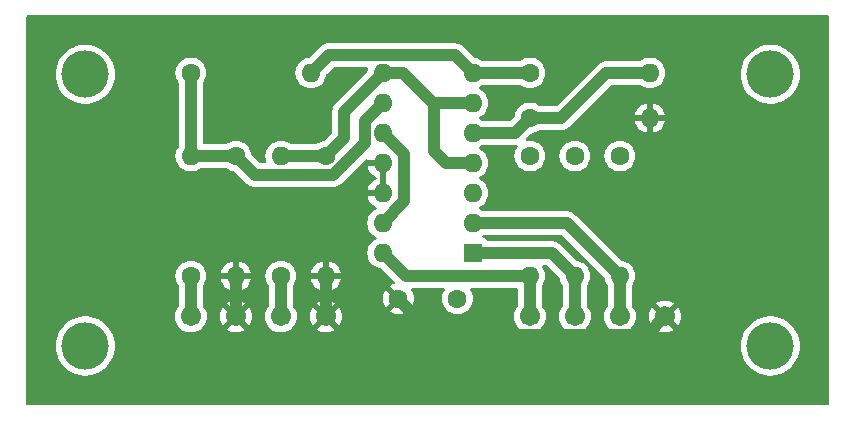
<source format=gbr>
%TF.GenerationSoftware,KiCad,Pcbnew,8.0.1*%
%TF.CreationDate,2024-04-06T13:55:48+01:00*%
%TF.ProjectId,RemoteStartInterface,52656d6f-7465-4537-9461-7274496e7465,rev?*%
%TF.SameCoordinates,Original*%
%TF.FileFunction,Copper,L1,Top*%
%TF.FilePolarity,Positive*%
%FSLAX46Y46*%
G04 Gerber Fmt 4.6, Leading zero omitted, Abs format (unit mm)*
G04 Created by KiCad (PCBNEW 8.0.1) date 2024-04-06 13:55:48*
%MOMM*%
%LPD*%
G01*
G04 APERTURE LIST*
%TA.AperFunction,ComponentPad*%
%ADD10C,1.600000*%
%TD*%
%TA.AperFunction,ComponentPad*%
%ADD11O,1.600000X1.600000*%
%TD*%
%TA.AperFunction,ComponentPad*%
%ADD12R,1.600000X1.600000*%
%TD*%
%TA.AperFunction,ComponentPad*%
%ADD13C,1.701800*%
%TD*%
%TA.AperFunction,ViaPad*%
%ADD14C,4.000000*%
%TD*%
%TA.AperFunction,Conductor*%
%ADD15C,1.000000*%
%TD*%
G04 APERTURE END LIST*
D10*
%TO.P,R4,1*%
%TO.N,Net-(U1B-+)*%
X43136000Y-5385000D03*
D11*
%TO.P,R4,2*%
%TO.N,Net-(U1A-+)*%
X53296000Y-5385000D03*
%TD*%
D12*
%TO.P,U1,1*%
%TO.N,Net-(J2-Pad2)*%
X38300000Y-20625000D03*
D11*
%TO.P,U1,2*%
%TO.N,Net-(J2-Pad3)*%
X38300000Y-18085000D03*
%TO.P,U1,3,V+*%
%TO.N,+5VD*%
X38300000Y-15545000D03*
%TO.P,U1,4,-*%
%TO.N,Net-(U1A--)*%
X38300000Y-13005000D03*
%TO.P,U1,5,+*%
%TO.N,Net-(U1A-+)*%
X38300000Y-10465000D03*
%TO.P,U1,6,-*%
%TO.N,Net-(U1A--)*%
X38300000Y-7925000D03*
%TO.P,U1,7,+*%
%TO.N,Net-(U1B-+)*%
X38300000Y-5385000D03*
%TO.P,U1,8,-*%
%TO.N,Net-(U1A--)*%
X30680000Y-5385000D03*
%TO.P,U1,9,+*%
%TO.N,Net-(U1D-+)*%
X30680000Y-7925000D03*
%TO.P,U1,10,-*%
%TO.N,Net-(U1C--)*%
X30680000Y-10465000D03*
%TO.P,U1,11,+*%
%TO.N,GND*%
X30680000Y-13005000D03*
%TO.P,U1,12,V-*%
X30680000Y-15545000D03*
%TO.P,U1,13*%
%TO.N,Net-(U1C--)*%
X30680000Y-18085000D03*
%TO.P,U1,14*%
%TO.N,Net-(J2-Pad1)*%
X30680000Y-20625000D03*
%TD*%
D10*
%TO.P,R6,1*%
%TO.N,+5VD*%
X43136000Y-12420000D03*
D11*
%TO.P,R6,2*%
%TO.N,Net-(J2-Pad1)*%
X43136000Y-22580000D03*
%TD*%
D13*
%TO.P,J2,1,1*%
%TO.N,Net-(J2-Pad1)*%
X43135900Y-26000000D03*
%TO.P,J2,2,2*%
%TO.N,Net-(J2-Pad2)*%
X46945900Y-26000000D03*
%TO.P,J2,3,3*%
%TO.N,Net-(J2-Pad3)*%
X50755900Y-26000000D03*
%TO.P,J2,4,4*%
%TO.N,GND*%
X54565900Y-26000000D03*
%TD*%
D10*
%TO.P,R9,1*%
%TO.N,+5VD*%
X14434000Y-22580000D03*
D11*
%TO.P,R9,2*%
%TO.N,Net-(U1D-+)*%
X14434000Y-12420000D03*
%TD*%
D10*
%TO.P,R5,1*%
%TO.N,Net-(U1A-+)*%
X43136000Y-9195000D03*
D11*
%TO.P,R5,2*%
%TO.N,GND*%
X53296000Y-9195000D03*
%TD*%
D10*
%TO.P,C1,1*%
%TO.N,+5VD*%
X37000000Y-24500000D03*
%TO.P,C1,2*%
%TO.N,GND*%
X32000000Y-24500000D03*
%TD*%
%TO.P,R1,1*%
%TO.N,Net-(J1-Pad3)*%
X22054000Y-22580000D03*
D11*
%TO.P,R1,2*%
%TO.N,Net-(U1A--)*%
X22054000Y-12420000D03*
%TD*%
D10*
%TO.P,R3,1*%
%TO.N,Net-(U1D-+)*%
X14434000Y-5385000D03*
D11*
%TO.P,R3,2*%
%TO.N,Net-(U1B-+)*%
X24594000Y-5385000D03*
%TD*%
D10*
%TO.P,R2,1*%
%TO.N,Net-(U1A--)*%
X25864000Y-12420000D03*
D11*
%TO.P,R2,2*%
%TO.N,GND*%
X25864000Y-22580000D03*
%TD*%
D10*
%TO.P,R10,1*%
%TO.N,Net-(U1D-+)*%
X18244000Y-12420000D03*
D11*
%TO.P,R10,2*%
%TO.N,GND*%
X18244000Y-22580000D03*
%TD*%
D13*
%TO.P,J1,1,1*%
%TO.N,+5VD*%
X14433900Y-26000000D03*
%TO.P,J1,2,2*%
%TO.N,GND*%
X18243900Y-26000000D03*
%TO.P,J1,3,3*%
%TO.N,Net-(J1-Pad3)*%
X22053900Y-26000000D03*
%TO.P,J1,4,4*%
%TO.N,GND*%
X25863900Y-26000000D03*
%TD*%
D10*
%TO.P,R7,1*%
%TO.N,+5VD*%
X46946000Y-12420000D03*
D11*
%TO.P,R7,2*%
%TO.N,Net-(J2-Pad2)*%
X46946000Y-22580000D03*
%TD*%
D10*
%TO.P,R8,1*%
%TO.N,+5VD*%
X50756000Y-12420000D03*
D11*
%TO.P,R8,2*%
%TO.N,Net-(J2-Pad3)*%
X50756000Y-22580000D03*
%TD*%
D14*
%TO.N,*%
X63500000Y-5500000D03*
X63500000Y-28500000D03*
X5500000Y-28500000D03*
X5500000Y-5500000D03*
%TD*%
D15*
%TO.N,+5VD*%
X14433900Y-22580100D02*
X14434000Y-22580000D01*
X14433900Y-26000000D02*
X14433900Y-22580100D01*
%TO.N,GND*%
X53015000Y-27550900D02*
X54565900Y-26000000D01*
X18244000Y-25999900D02*
X18243900Y-26000000D01*
X18244000Y-22580000D02*
X18244000Y-25999900D01*
X25864000Y-25999900D02*
X25863900Y-26000000D01*
X25864000Y-22580000D02*
X25864000Y-25999900D01*
X35050900Y-27550900D02*
X53015000Y-27550900D01*
X32000000Y-24500000D02*
X35050900Y-27550900D01*
%TO.N,Net-(U1A--)*%
X34500000Y-7500000D02*
X35000000Y-8000000D01*
X35000000Y-8000000D02*
X35000000Y-12000000D01*
X36005000Y-13005000D02*
X38300000Y-13005000D01*
X27392000Y-8673000D02*
X27392000Y-10892000D01*
X34925000Y-7925000D02*
X34500000Y-7500000D01*
X32385000Y-5385000D02*
X34500000Y-7500000D01*
X38300000Y-7925000D02*
X34925000Y-7925000D01*
X22054000Y-12420000D02*
X25864000Y-12420000D01*
X30680000Y-5385000D02*
X27392000Y-8673000D01*
X30680000Y-5385000D02*
X32385000Y-5385000D01*
X27392000Y-10892000D02*
X25864000Y-12420000D01*
X35000000Y-12000000D02*
X36005000Y-13005000D01*
%TO.N,Net-(J1-Pad3)*%
X22053900Y-26000000D02*
X22053900Y-22580100D01*
X22053900Y-22580100D02*
X22054000Y-22580000D01*
%TO.N,Net-(U1A-+)*%
X45805000Y-9195000D02*
X49615000Y-5385000D01*
X43136000Y-9195000D02*
X45805000Y-9195000D01*
X49615000Y-5385000D02*
X53296000Y-5385000D01*
X38300000Y-10465000D02*
X41866000Y-10465000D01*
X41866000Y-10465000D02*
X43136000Y-9195000D01*
%TO.N,Net-(U1B-+)*%
X24594000Y-5385000D02*
X26094000Y-3885000D01*
X26094000Y-3885000D02*
X36800000Y-3885000D01*
X36800000Y-3885000D02*
X38300000Y-5385000D01*
X38300000Y-5385000D02*
X43136000Y-5385000D01*
%TO.N,Net-(J2-Pad1)*%
X43136000Y-25999900D02*
X43135900Y-26000000D01*
X43136000Y-22580000D02*
X43136000Y-25999900D01*
X30680000Y-20625000D02*
X32635000Y-22580000D01*
X32635000Y-22580000D02*
X43136000Y-22580000D01*
%TO.N,Net-(J2-Pad2)*%
X38300000Y-20625000D02*
X44991000Y-20625000D01*
X44991000Y-20625000D02*
X46946000Y-22580000D01*
X46946000Y-22580000D02*
X46946000Y-25999900D01*
X46946000Y-25999900D02*
X46945900Y-26000000D01*
%TO.N,Net-(J2-Pad3)*%
X50756000Y-25999900D02*
X50755900Y-26000000D01*
X38300000Y-18085000D02*
X46261000Y-18085000D01*
X50756000Y-22580000D02*
X50756000Y-25999900D01*
X46261000Y-18085000D02*
X50756000Y-22580000D01*
%TO.N,Net-(U1D-+)*%
X19824000Y-14000000D02*
X18244000Y-12420000D01*
X30680000Y-7925000D02*
X29180000Y-9425000D01*
X29180000Y-9425000D02*
X29180000Y-11320000D01*
X14434000Y-12420000D02*
X18244000Y-12420000D01*
X14434000Y-12420000D02*
X14434000Y-5385000D01*
X29180000Y-11320000D02*
X26500000Y-14000000D01*
X26500000Y-14000000D02*
X19824000Y-14000000D01*
%TO.N,Net-(U1C--)*%
X32500000Y-16265000D02*
X30680000Y-18085000D01*
X32500000Y-12285000D02*
X32500000Y-16265000D01*
X30680000Y-10465000D02*
X32500000Y-12285000D01*
%TD*%
%TA.AperFunction,Conductor*%
%TO.N,GND*%
G36*
X30930000Y-15229314D02*
G01*
X30925606Y-15224920D01*
X30834394Y-15172259D01*
X30732661Y-15145000D01*
X30627339Y-15145000D01*
X30525606Y-15172259D01*
X30434394Y-15224920D01*
X30430000Y-15229314D01*
X30430000Y-13320686D01*
X30434394Y-13325080D01*
X30525606Y-13377741D01*
X30627339Y-13405000D01*
X30732661Y-13405000D01*
X30834394Y-13377741D01*
X30925606Y-13325080D01*
X30930000Y-13320686D01*
X30930000Y-15229314D01*
G37*
%TD.AperFunction*%
%TA.AperFunction,Conductor*%
G36*
X68442539Y-520185D02*
G01*
X68488294Y-572989D01*
X68499500Y-624500D01*
X68499500Y-33375500D01*
X68479815Y-33442539D01*
X68427011Y-33488294D01*
X68375500Y-33499500D01*
X624500Y-33499500D01*
X557461Y-33479815D01*
X511706Y-33427011D01*
X500500Y-33375500D01*
X500500Y-28500005D01*
X2994556Y-28500005D01*
X3014310Y-28814004D01*
X3014311Y-28814011D01*
X3073270Y-29123083D01*
X3170497Y-29422316D01*
X3170499Y-29422321D01*
X3304461Y-29707003D01*
X3304464Y-29707009D01*
X3473051Y-29972661D01*
X3473054Y-29972665D01*
X3673606Y-30215090D01*
X3673608Y-30215092D01*
X3902968Y-30430476D01*
X3902978Y-30430484D01*
X4157504Y-30615408D01*
X4157509Y-30615410D01*
X4157516Y-30615416D01*
X4433234Y-30766994D01*
X4433239Y-30766996D01*
X4433241Y-30766997D01*
X4433242Y-30766998D01*
X4725771Y-30882818D01*
X4725774Y-30882819D01*
X5030523Y-30961065D01*
X5030527Y-30961066D01*
X5096010Y-30969338D01*
X5342670Y-31000499D01*
X5342679Y-31000499D01*
X5342682Y-31000500D01*
X5342684Y-31000500D01*
X5657316Y-31000500D01*
X5657318Y-31000500D01*
X5657321Y-31000499D01*
X5657329Y-31000499D01*
X5843593Y-30976968D01*
X5969473Y-30961066D01*
X6274225Y-30882819D01*
X6274228Y-30882818D01*
X6566757Y-30766998D01*
X6566758Y-30766997D01*
X6566756Y-30766997D01*
X6566766Y-30766994D01*
X6842484Y-30615416D01*
X7097030Y-30430478D01*
X7326390Y-30215094D01*
X7526947Y-29972663D01*
X7695537Y-29707007D01*
X7829503Y-29422315D01*
X7926731Y-29123079D01*
X7985688Y-28814015D01*
X8005444Y-28500005D01*
X60994556Y-28500005D01*
X61014310Y-28814004D01*
X61014311Y-28814011D01*
X61073270Y-29123083D01*
X61170497Y-29422316D01*
X61170499Y-29422321D01*
X61304461Y-29707003D01*
X61304464Y-29707009D01*
X61473051Y-29972661D01*
X61473054Y-29972665D01*
X61673606Y-30215090D01*
X61673608Y-30215092D01*
X61902968Y-30430476D01*
X61902978Y-30430484D01*
X62157504Y-30615408D01*
X62157509Y-30615410D01*
X62157516Y-30615416D01*
X62433234Y-30766994D01*
X62433239Y-30766996D01*
X62433241Y-30766997D01*
X62433242Y-30766998D01*
X62725771Y-30882818D01*
X62725774Y-30882819D01*
X63030523Y-30961065D01*
X63030527Y-30961066D01*
X63096010Y-30969338D01*
X63342670Y-31000499D01*
X63342679Y-31000499D01*
X63342682Y-31000500D01*
X63342684Y-31000500D01*
X63657316Y-31000500D01*
X63657318Y-31000500D01*
X63657321Y-31000499D01*
X63657329Y-31000499D01*
X63843593Y-30976968D01*
X63969473Y-30961066D01*
X64274225Y-30882819D01*
X64274228Y-30882818D01*
X64566757Y-30766998D01*
X64566758Y-30766997D01*
X64566756Y-30766997D01*
X64566766Y-30766994D01*
X64842484Y-30615416D01*
X65097030Y-30430478D01*
X65326390Y-30215094D01*
X65526947Y-29972663D01*
X65695537Y-29707007D01*
X65829503Y-29422315D01*
X65926731Y-29123079D01*
X65985688Y-28814015D01*
X66005444Y-28500000D01*
X65985688Y-28185985D01*
X65926731Y-27876921D01*
X65829503Y-27577685D01*
X65695537Y-27292993D01*
X65526947Y-27027337D01*
X65526945Y-27027334D01*
X65326393Y-26784909D01*
X65326391Y-26784907D01*
X65126185Y-26596900D01*
X65097030Y-26569522D01*
X65097027Y-26569520D01*
X65097021Y-26569515D01*
X64842495Y-26384591D01*
X64842488Y-26384586D01*
X64842484Y-26384584D01*
X64566766Y-26233006D01*
X64566763Y-26233004D01*
X64566758Y-26233002D01*
X64566757Y-26233001D01*
X64274228Y-26117181D01*
X64274225Y-26117180D01*
X63969476Y-26038934D01*
X63969463Y-26038932D01*
X63657329Y-25999500D01*
X63657318Y-25999500D01*
X63342682Y-25999500D01*
X63342670Y-25999500D01*
X63030536Y-26038932D01*
X63030523Y-26038934D01*
X62725774Y-26117180D01*
X62725771Y-26117181D01*
X62433242Y-26233001D01*
X62433241Y-26233002D01*
X62157516Y-26384584D01*
X62157504Y-26384591D01*
X61902978Y-26569515D01*
X61902968Y-26569523D01*
X61673608Y-26784907D01*
X61673606Y-26784909D01*
X61473054Y-27027334D01*
X61473051Y-27027338D01*
X61304464Y-27292990D01*
X61304461Y-27292996D01*
X61170499Y-27577678D01*
X61170497Y-27577683D01*
X61073270Y-27876916D01*
X61014311Y-28185988D01*
X61014310Y-28185995D01*
X60994556Y-28499994D01*
X60994556Y-28500005D01*
X8005444Y-28500005D01*
X8005444Y-28500000D01*
X7985688Y-28185985D01*
X7926731Y-27876921D01*
X7829503Y-27577685D01*
X7695537Y-27292993D01*
X7526947Y-27027337D01*
X7526945Y-27027334D01*
X7326393Y-26784909D01*
X7326391Y-26784907D01*
X7126185Y-26596900D01*
X7097030Y-26569522D01*
X7097027Y-26569520D01*
X7097021Y-26569515D01*
X6842495Y-26384591D01*
X6842488Y-26384586D01*
X6842484Y-26384584D01*
X6566766Y-26233006D01*
X6566763Y-26233004D01*
X6566758Y-26233002D01*
X6566757Y-26233001D01*
X6274228Y-26117181D01*
X6274225Y-26117180D01*
X5969476Y-26038934D01*
X5969463Y-26038932D01*
X5661326Y-26000005D01*
X13077868Y-26000005D01*
X13096361Y-26223187D01*
X13096363Y-26223199D01*
X13151341Y-26440301D01*
X13241305Y-26645401D01*
X13363798Y-26832889D01*
X13363806Y-26832900D01*
X13515481Y-26997661D01*
X13515491Y-26997670D01*
X13691683Y-27134806D01*
X13692221Y-27135225D01*
X13692223Y-27135226D01*
X13692226Y-27135228D01*
X13806731Y-27197194D01*
X13889188Y-27241818D01*
X14086383Y-27309515D01*
X14099592Y-27314050D01*
X14101014Y-27314538D01*
X14321920Y-27351400D01*
X14545880Y-27351400D01*
X14766786Y-27314538D01*
X14978612Y-27241818D01*
X15175579Y-27135225D01*
X15352315Y-26997665D01*
X15504000Y-26832892D01*
X15626495Y-26645400D01*
X15716458Y-26440303D01*
X15771437Y-26223196D01*
X15780222Y-26117180D01*
X15789932Y-26000005D01*
X16888370Y-26000005D01*
X16906857Y-26223109D01*
X16961816Y-26440140D01*
X17051744Y-26645155D01*
X17051746Y-26645159D01*
X17128185Y-26762159D01*
X17681817Y-26208527D01*
X17687677Y-26230395D01*
X17766261Y-26366505D01*
X17877395Y-26477639D01*
X18013505Y-26556223D01*
X18035370Y-26562081D01*
X17480088Y-27117363D01*
X17480089Y-27117364D01*
X17502492Y-27134802D01*
X17502499Y-27134806D01*
X17699383Y-27241354D01*
X17699397Y-27241360D01*
X17911133Y-27314050D01*
X18131962Y-27350900D01*
X18355838Y-27350900D01*
X18576666Y-27314050D01*
X18788402Y-27241360D01*
X18788411Y-27241357D01*
X18985306Y-27134802D01*
X18985309Y-27134800D01*
X19007710Y-27117364D01*
X19007710Y-27117363D01*
X18452429Y-26562081D01*
X18474295Y-26556223D01*
X18610405Y-26477639D01*
X18721539Y-26366505D01*
X18800123Y-26230395D01*
X18805981Y-26208528D01*
X19359614Y-26762160D01*
X19436053Y-26645160D01*
X19525983Y-26440140D01*
X19580942Y-26223109D01*
X19599430Y-26000005D01*
X20697868Y-26000005D01*
X20716361Y-26223187D01*
X20716363Y-26223199D01*
X20771341Y-26440301D01*
X20861305Y-26645401D01*
X20983798Y-26832889D01*
X20983806Y-26832900D01*
X21135481Y-26997661D01*
X21135491Y-26997670D01*
X21311683Y-27134806D01*
X21312221Y-27135225D01*
X21312223Y-27135226D01*
X21312226Y-27135228D01*
X21426731Y-27197194D01*
X21509188Y-27241818D01*
X21706383Y-27309515D01*
X21719592Y-27314050D01*
X21721014Y-27314538D01*
X21941920Y-27351400D01*
X22165880Y-27351400D01*
X22386786Y-27314538D01*
X22598612Y-27241818D01*
X22795579Y-27135225D01*
X22972315Y-26997665D01*
X23124000Y-26832892D01*
X23246495Y-26645400D01*
X23336458Y-26440303D01*
X23391437Y-26223196D01*
X23400222Y-26117180D01*
X23409932Y-26000005D01*
X24508370Y-26000005D01*
X24526857Y-26223109D01*
X24581816Y-26440140D01*
X24671744Y-26645155D01*
X24671746Y-26645159D01*
X24748185Y-26762159D01*
X25301817Y-26208527D01*
X25307677Y-26230395D01*
X25386261Y-26366505D01*
X25497395Y-26477639D01*
X25633505Y-26556223D01*
X25655370Y-26562081D01*
X25100088Y-27117363D01*
X25100089Y-27117364D01*
X25122492Y-27134802D01*
X25122499Y-27134806D01*
X25319383Y-27241354D01*
X25319397Y-27241360D01*
X25531133Y-27314050D01*
X25751962Y-27350900D01*
X25975838Y-27350900D01*
X26196666Y-27314050D01*
X26408402Y-27241360D01*
X26408411Y-27241357D01*
X26605306Y-27134802D01*
X26605309Y-27134800D01*
X26627710Y-27117364D01*
X26627710Y-27117363D01*
X26072429Y-26562081D01*
X26094295Y-26556223D01*
X26230405Y-26477639D01*
X26341539Y-26366505D01*
X26420123Y-26230395D01*
X26425981Y-26208528D01*
X26979614Y-26762160D01*
X27056053Y-26645160D01*
X27145983Y-26440140D01*
X27200942Y-26223109D01*
X27219430Y-26000005D01*
X27219430Y-25999994D01*
X27200942Y-25776890D01*
X27145983Y-25559859D01*
X27056053Y-25354839D01*
X26979613Y-25237839D01*
X26425981Y-25791470D01*
X26420123Y-25769605D01*
X26341539Y-25633495D01*
X26230405Y-25522361D01*
X26094295Y-25443777D01*
X26072428Y-25437918D01*
X26627710Y-24882636D01*
X26627709Y-24882634D01*
X26605307Y-24865198D01*
X26605301Y-24865193D01*
X26408416Y-24758645D01*
X26408402Y-24758639D01*
X26196666Y-24685949D01*
X25975838Y-24649100D01*
X25751962Y-24649100D01*
X25531133Y-24685949D01*
X25319397Y-24758639D01*
X25319383Y-24758645D01*
X25122499Y-24865193D01*
X25122497Y-24865194D01*
X25100089Y-24882635D01*
X25655371Y-25437917D01*
X25633505Y-25443777D01*
X25497395Y-25522361D01*
X25386261Y-25633495D01*
X25307677Y-25769605D01*
X25301817Y-25791471D01*
X24748185Y-25237839D01*
X24671745Y-25354842D01*
X24671744Y-25354844D01*
X24581816Y-25559859D01*
X24526857Y-25776890D01*
X24508370Y-25999994D01*
X24508370Y-26000005D01*
X23409932Y-26000005D01*
X23409932Y-25999994D01*
X23391438Y-25776812D01*
X23391436Y-25776800D01*
X23378640Y-25726269D01*
X23336458Y-25559697D01*
X23246495Y-25354600D01*
X23124000Y-25167108D01*
X23087269Y-25127207D01*
X23087169Y-25127098D01*
X23056248Y-25064443D01*
X23054400Y-25043116D01*
X23054400Y-23457730D01*
X23074085Y-23390691D01*
X23076798Y-23386644D01*
X23184568Y-23232734D01*
X23280739Y-23026496D01*
X23339635Y-22806692D01*
X23359468Y-22580000D01*
X23339635Y-22353308D01*
X23333389Y-22329999D01*
X24585127Y-22329999D01*
X24585128Y-22330000D01*
X25548314Y-22330000D01*
X25543920Y-22334394D01*
X25491259Y-22425606D01*
X25464000Y-22527339D01*
X25464000Y-22632661D01*
X25491259Y-22734394D01*
X25543920Y-22825606D01*
X25548314Y-22830000D01*
X24585128Y-22830000D01*
X24637730Y-23026317D01*
X24637734Y-23026326D01*
X24733865Y-23232482D01*
X24864342Y-23418820D01*
X25025179Y-23579657D01*
X25211517Y-23710134D01*
X25417673Y-23806265D01*
X25417682Y-23806269D01*
X25613999Y-23858872D01*
X25614000Y-23858871D01*
X25614000Y-22895686D01*
X25618394Y-22900080D01*
X25709606Y-22952741D01*
X25811339Y-22980000D01*
X25916661Y-22980000D01*
X26018394Y-22952741D01*
X26109606Y-22900080D01*
X26114000Y-22895686D01*
X26114000Y-23858872D01*
X26310317Y-23806269D01*
X26310326Y-23806265D01*
X26516482Y-23710134D01*
X26702820Y-23579657D01*
X26863657Y-23418820D01*
X26994134Y-23232482D01*
X27090265Y-23026326D01*
X27090269Y-23026317D01*
X27142872Y-22830000D01*
X26179686Y-22830000D01*
X26184080Y-22825606D01*
X26236741Y-22734394D01*
X26264000Y-22632661D01*
X26264000Y-22527339D01*
X26236741Y-22425606D01*
X26184080Y-22334394D01*
X26179686Y-22330000D01*
X27142872Y-22330000D01*
X27142872Y-22329999D01*
X27090269Y-22133682D01*
X27090265Y-22133673D01*
X26994134Y-21927517D01*
X26863657Y-21741179D01*
X26702820Y-21580342D01*
X26516482Y-21449865D01*
X26310328Y-21353734D01*
X26114000Y-21301127D01*
X26114000Y-22264314D01*
X26109606Y-22259920D01*
X26018394Y-22207259D01*
X25916661Y-22180000D01*
X25811339Y-22180000D01*
X25709606Y-22207259D01*
X25618394Y-22259920D01*
X25614000Y-22264314D01*
X25614000Y-21301127D01*
X25417671Y-21353734D01*
X25211517Y-21449865D01*
X25025179Y-21580342D01*
X24864342Y-21741179D01*
X24733865Y-21927517D01*
X24637734Y-22133673D01*
X24637730Y-22133682D01*
X24585127Y-22329999D01*
X23333389Y-22329999D01*
X23280739Y-22133504D01*
X23184568Y-21927266D01*
X23054047Y-21740861D01*
X23054045Y-21740858D01*
X22893141Y-21579954D01*
X22706734Y-21449432D01*
X22706732Y-21449431D01*
X22500497Y-21353261D01*
X22500488Y-21353258D01*
X22280697Y-21294366D01*
X22280693Y-21294365D01*
X22280692Y-21294365D01*
X22280691Y-21294364D01*
X22280686Y-21294364D01*
X22054002Y-21274532D01*
X22053998Y-21274532D01*
X21827313Y-21294364D01*
X21827302Y-21294366D01*
X21607511Y-21353258D01*
X21607502Y-21353261D01*
X21401267Y-21449431D01*
X21401265Y-21449432D01*
X21214858Y-21579954D01*
X21053954Y-21740858D01*
X20923432Y-21927265D01*
X20923431Y-21927267D01*
X20827261Y-22133502D01*
X20827258Y-22133511D01*
X20768366Y-22353302D01*
X20768364Y-22353313D01*
X20748532Y-22579998D01*
X20748532Y-22580001D01*
X20768364Y-22806686D01*
X20768366Y-22806697D01*
X20827258Y-23026488D01*
X20827261Y-23026497D01*
X20897337Y-23176773D01*
X20923432Y-23232734D01*
X21010541Y-23357140D01*
X21030975Y-23386322D01*
X21053302Y-23452528D01*
X21053400Y-23457445D01*
X21053400Y-25043116D01*
X21033715Y-25110155D01*
X21020631Y-25127098D01*
X20983801Y-25167106D01*
X20983798Y-25167110D01*
X20861305Y-25354598D01*
X20771341Y-25559698D01*
X20716363Y-25776800D01*
X20716361Y-25776812D01*
X20697868Y-25999994D01*
X20697868Y-26000005D01*
X19599430Y-26000005D01*
X19599430Y-25999994D01*
X19580942Y-25776890D01*
X19525983Y-25559859D01*
X19436053Y-25354839D01*
X19359613Y-25237839D01*
X18805981Y-25791470D01*
X18800123Y-25769605D01*
X18721539Y-25633495D01*
X18610405Y-25522361D01*
X18474295Y-25443777D01*
X18452428Y-25437918D01*
X19007710Y-24882636D01*
X19007709Y-24882634D01*
X18985307Y-24865198D01*
X18985301Y-24865193D01*
X18788416Y-24758645D01*
X18788402Y-24758639D01*
X18576666Y-24685949D01*
X18355838Y-24649100D01*
X18131962Y-24649100D01*
X17911133Y-24685949D01*
X17699397Y-24758639D01*
X17699383Y-24758645D01*
X17502499Y-24865193D01*
X17502497Y-24865194D01*
X17480089Y-24882635D01*
X18035371Y-25437917D01*
X18013505Y-25443777D01*
X17877395Y-25522361D01*
X17766261Y-25633495D01*
X17687677Y-25769605D01*
X17681817Y-25791471D01*
X17128185Y-25237839D01*
X17051745Y-25354842D01*
X17051744Y-25354844D01*
X16961816Y-25559859D01*
X16906857Y-25776890D01*
X16888370Y-25999994D01*
X16888370Y-26000005D01*
X15789932Y-26000005D01*
X15789932Y-25999994D01*
X15771438Y-25776812D01*
X15771436Y-25776800D01*
X15758640Y-25726269D01*
X15716458Y-25559697D01*
X15626495Y-25354600D01*
X15504000Y-25167108D01*
X15467269Y-25127207D01*
X15467169Y-25127098D01*
X15436248Y-25064443D01*
X15434400Y-25043116D01*
X15434400Y-23457730D01*
X15454085Y-23390691D01*
X15456798Y-23386644D01*
X15564568Y-23232734D01*
X15660739Y-23026496D01*
X15719635Y-22806692D01*
X15739468Y-22580000D01*
X15719635Y-22353308D01*
X15713389Y-22329999D01*
X16965127Y-22329999D01*
X16965128Y-22330000D01*
X17928314Y-22330000D01*
X17923920Y-22334394D01*
X17871259Y-22425606D01*
X17844000Y-22527339D01*
X17844000Y-22632661D01*
X17871259Y-22734394D01*
X17923920Y-22825606D01*
X17928314Y-22830000D01*
X16965128Y-22830000D01*
X17017730Y-23026317D01*
X17017734Y-23026326D01*
X17113865Y-23232482D01*
X17244342Y-23418820D01*
X17405179Y-23579657D01*
X17591517Y-23710134D01*
X17797673Y-23806265D01*
X17797682Y-23806269D01*
X17993999Y-23858872D01*
X17994000Y-23858871D01*
X17994000Y-22895686D01*
X17998394Y-22900080D01*
X18089606Y-22952741D01*
X18191339Y-22980000D01*
X18296661Y-22980000D01*
X18398394Y-22952741D01*
X18489606Y-22900080D01*
X18494000Y-22895686D01*
X18494000Y-23858872D01*
X18690317Y-23806269D01*
X18690326Y-23806265D01*
X18896482Y-23710134D01*
X19082820Y-23579657D01*
X19243657Y-23418820D01*
X19374134Y-23232482D01*
X19470265Y-23026326D01*
X19470269Y-23026317D01*
X19522872Y-22830000D01*
X18559686Y-22830000D01*
X18564080Y-22825606D01*
X18616741Y-22734394D01*
X18644000Y-22632661D01*
X18644000Y-22527339D01*
X18616741Y-22425606D01*
X18564080Y-22334394D01*
X18559686Y-22330000D01*
X19522872Y-22330000D01*
X19522872Y-22329999D01*
X19470269Y-22133682D01*
X19470265Y-22133673D01*
X19374134Y-21927517D01*
X19243657Y-21741179D01*
X19082820Y-21580342D01*
X18896482Y-21449865D01*
X18690328Y-21353734D01*
X18494000Y-21301127D01*
X18494000Y-22264314D01*
X18489606Y-22259920D01*
X18398394Y-22207259D01*
X18296661Y-22180000D01*
X18191339Y-22180000D01*
X18089606Y-22207259D01*
X17998394Y-22259920D01*
X17994000Y-22264314D01*
X17994000Y-21301127D01*
X17797671Y-21353734D01*
X17591517Y-21449865D01*
X17405179Y-21580342D01*
X17244342Y-21741179D01*
X17113865Y-21927517D01*
X17017734Y-22133673D01*
X17017730Y-22133682D01*
X16965127Y-22329999D01*
X15713389Y-22329999D01*
X15660739Y-22133504D01*
X15564568Y-21927266D01*
X15434047Y-21740861D01*
X15434045Y-21740858D01*
X15273141Y-21579954D01*
X15086734Y-21449432D01*
X15086732Y-21449431D01*
X14880497Y-21353261D01*
X14880488Y-21353258D01*
X14660697Y-21294366D01*
X14660693Y-21294365D01*
X14660692Y-21294365D01*
X14660691Y-21294364D01*
X14660686Y-21294364D01*
X14434002Y-21274532D01*
X14433998Y-21274532D01*
X14207313Y-21294364D01*
X14207302Y-21294366D01*
X13987511Y-21353258D01*
X13987502Y-21353261D01*
X13781267Y-21449431D01*
X13781265Y-21449432D01*
X13594858Y-21579954D01*
X13433954Y-21740858D01*
X13303432Y-21927265D01*
X13303431Y-21927267D01*
X13207261Y-22133502D01*
X13207258Y-22133511D01*
X13148366Y-22353302D01*
X13148364Y-22353313D01*
X13128532Y-22579998D01*
X13128532Y-22580001D01*
X13148364Y-22806686D01*
X13148366Y-22806697D01*
X13207258Y-23026488D01*
X13207261Y-23026497D01*
X13277337Y-23176773D01*
X13303432Y-23232734D01*
X13390541Y-23357140D01*
X13410975Y-23386322D01*
X13433302Y-23452528D01*
X13433400Y-23457445D01*
X13433400Y-25043116D01*
X13413715Y-25110155D01*
X13400631Y-25127098D01*
X13363801Y-25167106D01*
X13363798Y-25167110D01*
X13241305Y-25354598D01*
X13151341Y-25559698D01*
X13096363Y-25776800D01*
X13096361Y-25776812D01*
X13077868Y-25999994D01*
X13077868Y-26000005D01*
X5661326Y-26000005D01*
X5657329Y-25999500D01*
X5657318Y-25999500D01*
X5342682Y-25999500D01*
X5342670Y-25999500D01*
X5030536Y-26038932D01*
X5030523Y-26038934D01*
X4725774Y-26117180D01*
X4725771Y-26117181D01*
X4433242Y-26233001D01*
X4433241Y-26233002D01*
X4157516Y-26384584D01*
X4157504Y-26384591D01*
X3902978Y-26569515D01*
X3902968Y-26569523D01*
X3673608Y-26784907D01*
X3673606Y-26784909D01*
X3473054Y-27027334D01*
X3473051Y-27027338D01*
X3304464Y-27292990D01*
X3304461Y-27292996D01*
X3170499Y-27577678D01*
X3170497Y-27577683D01*
X3073270Y-27876916D01*
X3014311Y-28185988D01*
X3014310Y-28185995D01*
X2994556Y-28499994D01*
X2994556Y-28500005D01*
X500500Y-28500005D01*
X500500Y-12420001D01*
X13128532Y-12420001D01*
X13148364Y-12646686D01*
X13148366Y-12646697D01*
X13207258Y-12866488D01*
X13207261Y-12866497D01*
X13303431Y-13072732D01*
X13303432Y-13072734D01*
X13433954Y-13259141D01*
X13594858Y-13420045D01*
X13594861Y-13420047D01*
X13781266Y-13550568D01*
X13987504Y-13646739D01*
X14207308Y-13705635D01*
X14369230Y-13719801D01*
X14433998Y-13725468D01*
X14434000Y-13725468D01*
X14434002Y-13725468D01*
X14490673Y-13720509D01*
X14660692Y-13705635D01*
X14880496Y-13646739D01*
X15086734Y-13550568D01*
X15240465Y-13442924D01*
X15306671Y-13420598D01*
X15311588Y-13420500D01*
X17366412Y-13420500D01*
X17433451Y-13440185D01*
X17437523Y-13442917D01*
X17591266Y-13550568D01*
X17797504Y-13646739D01*
X18017308Y-13705635D01*
X18079093Y-13711040D01*
X18144161Y-13736492D01*
X18155966Y-13746887D01*
X19046860Y-14637781D01*
X19046861Y-14637782D01*
X19186218Y-14777139D01*
X19350086Y-14886632D01*
X19456745Y-14930811D01*
X19532164Y-14962051D01*
X19725454Y-15000499D01*
X19725457Y-15000500D01*
X19725459Y-15000500D01*
X26598543Y-15000500D01*
X26697528Y-14980810D01*
X26747022Y-14970965D01*
X26791836Y-14962051D01*
X26845165Y-14939961D01*
X26973914Y-14886632D01*
X27137782Y-14777139D01*
X27277139Y-14637782D01*
X27277139Y-14637780D01*
X27287347Y-14627573D01*
X27287348Y-14627570D01*
X29196423Y-12718497D01*
X29257743Y-12685014D01*
X29327435Y-12689998D01*
X29382477Y-12730693D01*
X29401129Y-12755000D01*
X30364314Y-12755000D01*
X30359920Y-12759394D01*
X30307259Y-12850606D01*
X30280000Y-12952339D01*
X30280000Y-13057661D01*
X30307259Y-13159394D01*
X30359920Y-13250606D01*
X30364314Y-13255000D01*
X29401128Y-13255000D01*
X29453730Y-13451317D01*
X29453734Y-13451326D01*
X29549865Y-13657482D01*
X29680342Y-13843820D01*
X29841179Y-14004657D01*
X30027517Y-14135134D01*
X30086457Y-14162618D01*
X30138896Y-14208790D01*
X30158048Y-14275984D01*
X30137832Y-14342865D01*
X30086457Y-14387382D01*
X30027517Y-14414865D01*
X29841179Y-14545342D01*
X29680342Y-14706179D01*
X29549865Y-14892517D01*
X29453734Y-15098673D01*
X29453730Y-15098682D01*
X29401127Y-15294999D01*
X29401128Y-15295000D01*
X30364314Y-15295000D01*
X30359920Y-15299394D01*
X30307259Y-15390606D01*
X30280000Y-15492339D01*
X30280000Y-15597661D01*
X30307259Y-15699394D01*
X30359920Y-15790606D01*
X30364314Y-15795000D01*
X29401128Y-15795000D01*
X29453730Y-15991317D01*
X29453734Y-15991326D01*
X29549865Y-16197482D01*
X29680342Y-16383820D01*
X29841179Y-16544657D01*
X30027518Y-16675134D01*
X30027520Y-16675135D01*
X30085865Y-16702342D01*
X30138305Y-16748514D01*
X30157457Y-16815707D01*
X30137242Y-16882589D01*
X30085867Y-16927105D01*
X30027268Y-16954431D01*
X30027264Y-16954433D01*
X29840858Y-17084954D01*
X29679954Y-17245858D01*
X29549432Y-17432265D01*
X29549431Y-17432267D01*
X29453261Y-17638502D01*
X29453258Y-17638511D01*
X29394366Y-17858302D01*
X29394364Y-17858313D01*
X29374532Y-18084998D01*
X29374532Y-18085001D01*
X29394364Y-18311686D01*
X29394366Y-18311697D01*
X29453258Y-18531488D01*
X29453261Y-18531497D01*
X29549431Y-18737732D01*
X29549432Y-18737734D01*
X29679954Y-18924141D01*
X29840858Y-19085045D01*
X29869621Y-19105185D01*
X30027266Y-19215568D01*
X30085275Y-19242618D01*
X30137714Y-19288791D01*
X30156866Y-19355984D01*
X30136650Y-19422865D01*
X30085275Y-19467381D01*
X30085118Y-19467455D01*
X30027267Y-19494431D01*
X30027265Y-19494432D01*
X29840858Y-19624954D01*
X29679954Y-19785858D01*
X29549432Y-19972265D01*
X29549431Y-19972267D01*
X29453261Y-20178502D01*
X29453258Y-20178511D01*
X29394366Y-20398302D01*
X29394364Y-20398313D01*
X29374532Y-20624998D01*
X29374532Y-20625001D01*
X29394364Y-20851686D01*
X29394366Y-20851697D01*
X29453258Y-21071488D01*
X29453261Y-21071497D01*
X29549431Y-21277732D01*
X29549432Y-21277734D01*
X29679954Y-21464141D01*
X29840858Y-21625045D01*
X29840861Y-21625047D01*
X30027266Y-21755568D01*
X30233504Y-21851739D01*
X30453308Y-21910635D01*
X30515093Y-21916040D01*
X30580161Y-21941492D01*
X30591966Y-21951887D01*
X31685837Y-23045758D01*
X31719322Y-23107081D01*
X31714338Y-23176773D01*
X31672466Y-23232706D01*
X31630250Y-23253214D01*
X31553680Y-23273731D01*
X31553673Y-23273734D01*
X31347516Y-23369866D01*
X31347512Y-23369868D01*
X31274526Y-23420973D01*
X31274526Y-23420974D01*
X31953553Y-24100000D01*
X31947339Y-24100000D01*
X31845606Y-24127259D01*
X31754394Y-24179920D01*
X31679920Y-24254394D01*
X31627259Y-24345606D01*
X31600000Y-24447339D01*
X31600000Y-24453552D01*
X30920974Y-23774526D01*
X30920973Y-23774526D01*
X30869868Y-23847512D01*
X30869866Y-23847516D01*
X30773734Y-24053673D01*
X30773730Y-24053682D01*
X30714860Y-24273389D01*
X30714858Y-24273400D01*
X30695034Y-24499997D01*
X30695034Y-24500002D01*
X30714858Y-24726599D01*
X30714860Y-24726610D01*
X30773730Y-24946317D01*
X30773735Y-24946331D01*
X30869863Y-25152478D01*
X30920974Y-25225472D01*
X31600000Y-24546446D01*
X31600000Y-24552661D01*
X31627259Y-24654394D01*
X31679920Y-24745606D01*
X31754394Y-24820080D01*
X31845606Y-24872741D01*
X31947339Y-24900000D01*
X31953553Y-24900000D01*
X31274526Y-25579025D01*
X31347513Y-25630132D01*
X31347521Y-25630136D01*
X31553668Y-25726264D01*
X31553682Y-25726269D01*
X31773389Y-25785139D01*
X31773400Y-25785141D01*
X31999998Y-25804966D01*
X32000002Y-25804966D01*
X32226599Y-25785141D01*
X32226610Y-25785139D01*
X32446317Y-25726269D01*
X32446331Y-25726264D01*
X32652478Y-25630136D01*
X32725471Y-25579024D01*
X32046447Y-24900000D01*
X32052661Y-24900000D01*
X32154394Y-24872741D01*
X32245606Y-24820080D01*
X32320080Y-24745606D01*
X32372741Y-24654394D01*
X32400000Y-24552661D01*
X32400000Y-24546447D01*
X33079024Y-25225471D01*
X33130136Y-25152478D01*
X33226264Y-24946331D01*
X33226269Y-24946317D01*
X33285139Y-24726610D01*
X33285141Y-24726599D01*
X33304966Y-24500002D01*
X33304966Y-24499997D01*
X33285141Y-24273400D01*
X33285139Y-24273389D01*
X33226269Y-24053682D01*
X33226265Y-24053673D01*
X33130134Y-23847517D01*
X33079793Y-23775624D01*
X33057466Y-23709418D01*
X33074476Y-23641651D01*
X33125424Y-23593837D01*
X33181368Y-23580500D01*
X35818022Y-23580500D01*
X35885061Y-23600185D01*
X35930816Y-23652989D01*
X35940760Y-23722147D01*
X35919597Y-23775623D01*
X35869432Y-23847265D01*
X35869431Y-23847267D01*
X35773261Y-24053502D01*
X35773258Y-24053511D01*
X35714366Y-24273302D01*
X35714364Y-24273313D01*
X35694532Y-24499998D01*
X35694532Y-24500001D01*
X35714364Y-24726686D01*
X35714366Y-24726697D01*
X35773258Y-24946488D01*
X35773261Y-24946497D01*
X35869431Y-25152732D01*
X35869432Y-25152734D01*
X35999954Y-25339141D01*
X36160858Y-25500045D01*
X36160861Y-25500047D01*
X36347266Y-25630568D01*
X36553504Y-25726739D01*
X36773308Y-25785635D01*
X36935230Y-25799801D01*
X36999998Y-25805468D01*
X37000000Y-25805468D01*
X37000002Y-25805468D01*
X37056673Y-25800509D01*
X37226692Y-25785635D01*
X37446496Y-25726739D01*
X37652734Y-25630568D01*
X37839139Y-25500047D01*
X38000047Y-25339139D01*
X38130568Y-25152734D01*
X38226739Y-24946496D01*
X38285635Y-24726692D01*
X38305468Y-24500000D01*
X38285635Y-24273308D01*
X38226739Y-24053504D01*
X38130568Y-23847266D01*
X38080402Y-23775621D01*
X38058076Y-23709417D01*
X38075086Y-23641650D01*
X38126034Y-23593837D01*
X38181978Y-23580500D01*
X42011500Y-23580500D01*
X42078539Y-23600185D01*
X42124294Y-23652989D01*
X42135500Y-23704500D01*
X42135500Y-25043008D01*
X42115815Y-25110047D01*
X42102730Y-25126990D01*
X42065802Y-25167104D01*
X41943303Y-25354603D01*
X41853341Y-25559698D01*
X41798363Y-25776800D01*
X41798361Y-25776812D01*
X41779868Y-25999994D01*
X41779868Y-26000005D01*
X41798361Y-26223187D01*
X41798363Y-26223199D01*
X41853341Y-26440301D01*
X41943305Y-26645401D01*
X42065798Y-26832889D01*
X42065806Y-26832900D01*
X42217481Y-26997661D01*
X42217491Y-26997670D01*
X42393683Y-27134806D01*
X42394221Y-27135225D01*
X42394223Y-27135226D01*
X42394226Y-27135228D01*
X42508731Y-27197194D01*
X42591188Y-27241818D01*
X42788383Y-27309515D01*
X42801592Y-27314050D01*
X42803014Y-27314538D01*
X43023920Y-27351400D01*
X43247880Y-27351400D01*
X43468786Y-27314538D01*
X43680612Y-27241818D01*
X43877579Y-27135225D01*
X44054315Y-26997665D01*
X44206000Y-26832892D01*
X44328495Y-26645400D01*
X44418458Y-26440303D01*
X44473437Y-26223196D01*
X44482222Y-26117180D01*
X44491932Y-26000005D01*
X44491932Y-25999994D01*
X44473438Y-25776812D01*
X44473436Y-25776800D01*
X44460640Y-25726269D01*
X44418458Y-25559697D01*
X44328495Y-25354600D01*
X44206000Y-25167108D01*
X44192532Y-25152478D01*
X44169269Y-25127207D01*
X44138348Y-25064552D01*
X44136500Y-25043225D01*
X44136500Y-23457588D01*
X44156185Y-23390549D01*
X44158925Y-23386465D01*
X44159025Y-23386322D01*
X44266568Y-23232734D01*
X44362739Y-23026496D01*
X44421635Y-22806692D01*
X44441468Y-22580000D01*
X44421635Y-22353308D01*
X44362739Y-22133504D01*
X44266568Y-21927266D01*
X44191896Y-21820622D01*
X44169569Y-21754416D01*
X44186581Y-21686649D01*
X44237529Y-21638837D01*
X44293472Y-21625500D01*
X44525218Y-21625500D01*
X44592257Y-21645185D01*
X44612899Y-21661819D01*
X45619111Y-22668032D01*
X45652596Y-22729355D01*
X45654958Y-22744903D01*
X45660364Y-22806688D01*
X45660366Y-22806697D01*
X45719258Y-23026488D01*
X45719261Y-23026497D01*
X45789337Y-23176773D01*
X45815432Y-23232734D01*
X45911453Y-23369868D01*
X45923075Y-23386465D01*
X45945402Y-23452671D01*
X45945500Y-23457588D01*
X45945500Y-25043008D01*
X45925815Y-25110047D01*
X45912730Y-25126990D01*
X45875802Y-25167104D01*
X45753303Y-25354603D01*
X45663341Y-25559698D01*
X45608363Y-25776800D01*
X45608361Y-25776812D01*
X45589868Y-25999994D01*
X45589868Y-26000005D01*
X45608361Y-26223187D01*
X45608363Y-26223199D01*
X45663341Y-26440301D01*
X45753305Y-26645401D01*
X45875798Y-26832889D01*
X45875806Y-26832900D01*
X46027481Y-26997661D01*
X46027491Y-26997670D01*
X46203683Y-27134806D01*
X46204221Y-27135225D01*
X46204223Y-27135226D01*
X46204226Y-27135228D01*
X46318731Y-27197194D01*
X46401188Y-27241818D01*
X46598383Y-27309515D01*
X46611592Y-27314050D01*
X46613014Y-27314538D01*
X46833920Y-27351400D01*
X47057880Y-27351400D01*
X47278786Y-27314538D01*
X47490612Y-27241818D01*
X47687579Y-27135225D01*
X47864315Y-26997665D01*
X48016000Y-26832892D01*
X48138495Y-26645400D01*
X48228458Y-26440303D01*
X48283437Y-26223196D01*
X48292222Y-26117180D01*
X48301932Y-26000005D01*
X48301932Y-25999994D01*
X48283438Y-25776812D01*
X48283436Y-25776800D01*
X48270640Y-25726269D01*
X48228458Y-25559697D01*
X48138495Y-25354600D01*
X48016000Y-25167108D01*
X48002532Y-25152478D01*
X47979269Y-25127207D01*
X47948348Y-25064552D01*
X47946500Y-25043225D01*
X47946500Y-23457588D01*
X47966185Y-23390549D01*
X47968925Y-23386465D01*
X47969025Y-23386322D01*
X48076568Y-23232734D01*
X48172739Y-23026496D01*
X48231635Y-22806692D01*
X48251468Y-22580000D01*
X48231635Y-22353308D01*
X48172739Y-22133504D01*
X48076568Y-21927266D01*
X47946047Y-21740861D01*
X47946045Y-21740858D01*
X47785141Y-21579954D01*
X47598734Y-21449432D01*
X47598732Y-21449431D01*
X47392497Y-21353261D01*
X47392488Y-21353258D01*
X47172697Y-21294366D01*
X47172688Y-21294364D01*
X47110903Y-21288958D01*
X47045835Y-21263504D01*
X47034032Y-21253111D01*
X45775209Y-19994289D01*
X45775206Y-19994285D01*
X45775206Y-19994286D01*
X45768139Y-19987219D01*
X45768139Y-19987218D01*
X45628782Y-19847861D01*
X45628781Y-19847860D01*
X45628780Y-19847859D01*
X45464920Y-19738371D01*
X45464911Y-19738366D01*
X45392315Y-19708296D01*
X45336165Y-19685038D01*
X45282836Y-19662949D01*
X45282832Y-19662948D01*
X45282828Y-19662946D01*
X45186188Y-19643724D01*
X45089544Y-19624500D01*
X45089541Y-19624500D01*
X39637180Y-19624500D01*
X39570141Y-19604815D01*
X39537913Y-19574811D01*
X39457546Y-19467454D01*
X39397983Y-19422865D01*
X39342335Y-19381206D01*
X39342328Y-19381202D01*
X39207488Y-19330910D01*
X39204387Y-19330178D01*
X39202228Y-19328949D01*
X39200215Y-19328198D01*
X39200336Y-19327871D01*
X39143670Y-19295606D01*
X39111283Y-19233696D01*
X39117507Y-19164104D01*
X39160368Y-19108925D01*
X39226257Y-19085678D01*
X39232899Y-19085500D01*
X45795218Y-19085500D01*
X45862257Y-19105185D01*
X45882899Y-19121819D01*
X49429111Y-22668031D01*
X49462596Y-22729354D01*
X49464958Y-22744902D01*
X49470364Y-22806688D01*
X49470366Y-22806697D01*
X49529258Y-23026488D01*
X49529261Y-23026497D01*
X49599337Y-23176773D01*
X49625432Y-23232734D01*
X49721453Y-23369868D01*
X49733075Y-23386465D01*
X49755402Y-23452671D01*
X49755500Y-23457588D01*
X49755500Y-25043008D01*
X49735815Y-25110047D01*
X49722730Y-25126990D01*
X49685802Y-25167104D01*
X49563303Y-25354603D01*
X49473341Y-25559698D01*
X49418363Y-25776800D01*
X49418361Y-25776812D01*
X49399868Y-25999994D01*
X49399868Y-26000005D01*
X49418361Y-26223187D01*
X49418363Y-26223199D01*
X49473341Y-26440301D01*
X49563305Y-26645401D01*
X49685798Y-26832889D01*
X49685806Y-26832900D01*
X49837481Y-26997661D01*
X49837491Y-26997670D01*
X50013683Y-27134806D01*
X50014221Y-27135225D01*
X50014223Y-27135226D01*
X50014226Y-27135228D01*
X50128731Y-27197194D01*
X50211188Y-27241818D01*
X50408383Y-27309515D01*
X50421592Y-27314050D01*
X50423014Y-27314538D01*
X50643920Y-27351400D01*
X50867880Y-27351400D01*
X51088786Y-27314538D01*
X51300612Y-27241818D01*
X51497579Y-27135225D01*
X51674315Y-26997665D01*
X51826000Y-26832892D01*
X51948495Y-26645400D01*
X52038458Y-26440303D01*
X52093437Y-26223196D01*
X52102222Y-26117180D01*
X52111932Y-26000005D01*
X53210370Y-26000005D01*
X53228857Y-26223109D01*
X53283816Y-26440140D01*
X53373744Y-26645155D01*
X53373746Y-26645159D01*
X53450185Y-26762159D01*
X54003817Y-26208527D01*
X54009677Y-26230395D01*
X54088261Y-26366505D01*
X54199395Y-26477639D01*
X54335505Y-26556223D01*
X54357370Y-26562081D01*
X53802088Y-27117363D01*
X53802089Y-27117364D01*
X53824492Y-27134802D01*
X53824499Y-27134806D01*
X54021383Y-27241354D01*
X54021397Y-27241360D01*
X54233133Y-27314050D01*
X54453962Y-27350900D01*
X54677838Y-27350900D01*
X54898666Y-27314050D01*
X55110402Y-27241360D01*
X55110411Y-27241357D01*
X55307306Y-27134802D01*
X55307309Y-27134800D01*
X55329710Y-27117364D01*
X55329710Y-27117363D01*
X54774429Y-26562081D01*
X54796295Y-26556223D01*
X54932405Y-26477639D01*
X55043539Y-26366505D01*
X55122123Y-26230395D01*
X55127981Y-26208529D01*
X55681614Y-26762160D01*
X55758053Y-26645160D01*
X55847983Y-26440140D01*
X55902942Y-26223109D01*
X55921430Y-26000005D01*
X55921430Y-25999994D01*
X55902942Y-25776890D01*
X55847983Y-25559859D01*
X55758053Y-25354839D01*
X55681613Y-25237839D01*
X55127981Y-25791470D01*
X55122123Y-25769605D01*
X55043539Y-25633495D01*
X54932405Y-25522361D01*
X54796295Y-25443777D01*
X54774428Y-25437918D01*
X55329710Y-24882636D01*
X55329709Y-24882634D01*
X55307307Y-24865198D01*
X55307301Y-24865193D01*
X55110416Y-24758645D01*
X55110402Y-24758639D01*
X54898666Y-24685949D01*
X54677838Y-24649100D01*
X54453962Y-24649100D01*
X54233133Y-24685949D01*
X54021397Y-24758639D01*
X54021383Y-24758645D01*
X53824499Y-24865193D01*
X53824497Y-24865194D01*
X53802089Y-24882635D01*
X54357371Y-25437917D01*
X54335505Y-25443777D01*
X54199395Y-25522361D01*
X54088261Y-25633495D01*
X54009677Y-25769605D01*
X54003817Y-25791471D01*
X53450185Y-25237839D01*
X53373745Y-25354842D01*
X53373744Y-25354844D01*
X53283816Y-25559859D01*
X53228857Y-25776890D01*
X53210370Y-25999994D01*
X53210370Y-26000005D01*
X52111932Y-26000005D01*
X52111932Y-25999994D01*
X52093438Y-25776812D01*
X52093436Y-25776800D01*
X52080640Y-25726269D01*
X52038458Y-25559697D01*
X51948495Y-25354600D01*
X51826000Y-25167108D01*
X51812532Y-25152478D01*
X51789269Y-25127207D01*
X51758348Y-25064552D01*
X51756500Y-25043225D01*
X51756500Y-23457588D01*
X51776185Y-23390549D01*
X51778925Y-23386465D01*
X51779025Y-23386322D01*
X51886568Y-23232734D01*
X51982739Y-23026496D01*
X52041635Y-22806692D01*
X52061468Y-22580000D01*
X52041635Y-22353308D01*
X51982739Y-22133504D01*
X51886568Y-21927266D01*
X51756047Y-21740861D01*
X51756045Y-21740858D01*
X51595141Y-21579954D01*
X51408734Y-21449432D01*
X51408732Y-21449431D01*
X51202497Y-21353261D01*
X51202488Y-21353258D01*
X50982697Y-21294366D01*
X50982688Y-21294364D01*
X50920902Y-21288958D01*
X50855834Y-21263504D01*
X50844031Y-21253111D01*
X47042479Y-17451559D01*
X47042459Y-17451537D01*
X46898785Y-17307863D01*
X46898781Y-17307860D01*
X46734920Y-17198371D01*
X46734911Y-17198366D01*
X46662315Y-17168296D01*
X46606165Y-17145038D01*
X46552836Y-17122949D01*
X46552832Y-17122948D01*
X46552828Y-17122946D01*
X46456188Y-17103724D01*
X46359544Y-17084500D01*
X46359541Y-17084500D01*
X39177588Y-17084500D01*
X39110549Y-17064815D01*
X39106465Y-17062075D01*
X38952734Y-16954432D01*
X38952728Y-16954429D01*
X38894725Y-16927382D01*
X38842285Y-16881210D01*
X38823133Y-16814017D01*
X38843348Y-16747135D01*
X38894725Y-16702618D01*
X38895317Y-16702342D01*
X38952734Y-16675568D01*
X39139139Y-16545047D01*
X39300047Y-16384139D01*
X39430568Y-16197734D01*
X39526739Y-15991496D01*
X39585635Y-15771692D01*
X39605468Y-15545000D01*
X39585635Y-15318308D01*
X39526739Y-15098504D01*
X39430568Y-14892266D01*
X39300047Y-14705861D01*
X39300045Y-14705858D01*
X39139141Y-14544954D01*
X38952734Y-14414432D01*
X38952728Y-14414429D01*
X38894725Y-14387382D01*
X38842285Y-14341210D01*
X38823133Y-14274017D01*
X38843348Y-14207135D01*
X38894725Y-14162618D01*
X38952734Y-14135568D01*
X39139139Y-14005047D01*
X39300047Y-13844139D01*
X39430568Y-13657734D01*
X39526739Y-13451496D01*
X39585635Y-13231692D01*
X39605468Y-13005000D01*
X39585635Y-12778308D01*
X39526739Y-12558504D01*
X39430568Y-12352266D01*
X39300047Y-12165861D01*
X39300045Y-12165858D01*
X39139141Y-12004954D01*
X38952734Y-11874432D01*
X38952728Y-11874429D01*
X38894725Y-11847382D01*
X38842285Y-11801210D01*
X38823133Y-11734017D01*
X38843348Y-11667135D01*
X38894725Y-11622618D01*
X38952734Y-11595568D01*
X39106465Y-11487924D01*
X39172671Y-11465598D01*
X39177588Y-11465500D01*
X41964533Y-11465500D01*
X41964540Y-11465500D01*
X41964541Y-11465500D01*
X41964548Y-11465498D01*
X41966947Y-11465262D01*
X41968203Y-11465500D01*
X41970633Y-11465500D01*
X41970633Y-11465960D01*
X42035595Y-11478275D01*
X42086309Y-11526335D01*
X42102990Y-11594184D01*
X42080689Y-11659786D01*
X42005431Y-11767267D01*
X41909261Y-11973502D01*
X41909258Y-11973511D01*
X41850366Y-12193302D01*
X41850364Y-12193313D01*
X41830532Y-12419998D01*
X41830532Y-12420001D01*
X41850364Y-12646686D01*
X41850366Y-12646697D01*
X41909258Y-12866488D01*
X41909261Y-12866497D01*
X42005431Y-13072732D01*
X42005432Y-13072734D01*
X42135954Y-13259141D01*
X42296858Y-13420045D01*
X42296861Y-13420047D01*
X42483266Y-13550568D01*
X42689504Y-13646739D01*
X42909308Y-13705635D01*
X43071230Y-13719801D01*
X43135998Y-13725468D01*
X43136000Y-13725468D01*
X43136002Y-13725468D01*
X43192673Y-13720509D01*
X43362692Y-13705635D01*
X43582496Y-13646739D01*
X43788734Y-13550568D01*
X43975139Y-13420047D01*
X44136047Y-13259139D01*
X44266568Y-13072734D01*
X44362739Y-12866496D01*
X44421635Y-12646692D01*
X44441468Y-12420001D01*
X45640532Y-12420001D01*
X45660364Y-12646686D01*
X45660366Y-12646697D01*
X45719258Y-12866488D01*
X45719261Y-12866497D01*
X45815431Y-13072732D01*
X45815432Y-13072734D01*
X45945954Y-13259141D01*
X46106858Y-13420045D01*
X46106861Y-13420047D01*
X46293266Y-13550568D01*
X46499504Y-13646739D01*
X46719308Y-13705635D01*
X46881230Y-13719801D01*
X46945998Y-13725468D01*
X46946000Y-13725468D01*
X46946002Y-13725468D01*
X47002673Y-13720509D01*
X47172692Y-13705635D01*
X47392496Y-13646739D01*
X47598734Y-13550568D01*
X47785139Y-13420047D01*
X47946047Y-13259139D01*
X48076568Y-13072734D01*
X48172739Y-12866496D01*
X48231635Y-12646692D01*
X48251468Y-12420001D01*
X49450532Y-12420001D01*
X49470364Y-12646686D01*
X49470366Y-12646697D01*
X49529258Y-12866488D01*
X49529261Y-12866497D01*
X49625431Y-13072732D01*
X49625432Y-13072734D01*
X49755954Y-13259141D01*
X49916858Y-13420045D01*
X49916861Y-13420047D01*
X50103266Y-13550568D01*
X50309504Y-13646739D01*
X50529308Y-13705635D01*
X50691230Y-13719801D01*
X50755998Y-13725468D01*
X50756000Y-13725468D01*
X50756002Y-13725468D01*
X50812673Y-13720509D01*
X50982692Y-13705635D01*
X51202496Y-13646739D01*
X51408734Y-13550568D01*
X51595139Y-13420047D01*
X51756047Y-13259139D01*
X51886568Y-13072734D01*
X51982739Y-12866496D01*
X52041635Y-12646692D01*
X52061468Y-12420000D01*
X52041635Y-12193308D01*
X51982739Y-11973504D01*
X51886568Y-11767266D01*
X51756047Y-11580861D01*
X51756045Y-11580858D01*
X51595141Y-11419954D01*
X51408734Y-11289432D01*
X51408732Y-11289431D01*
X51202497Y-11193261D01*
X51202488Y-11193258D01*
X50982697Y-11134366D01*
X50982693Y-11134365D01*
X50982692Y-11134365D01*
X50982691Y-11134364D01*
X50982686Y-11134364D01*
X50756002Y-11114532D01*
X50755998Y-11114532D01*
X50529313Y-11134364D01*
X50529302Y-11134366D01*
X50309511Y-11193258D01*
X50309502Y-11193261D01*
X50103267Y-11289431D01*
X50103265Y-11289432D01*
X49916858Y-11419954D01*
X49755954Y-11580858D01*
X49625432Y-11767265D01*
X49625431Y-11767267D01*
X49529261Y-11973502D01*
X49529258Y-11973511D01*
X49470366Y-12193302D01*
X49470364Y-12193313D01*
X49450532Y-12419998D01*
X49450532Y-12420001D01*
X48251468Y-12420001D01*
X48251468Y-12420000D01*
X48231635Y-12193308D01*
X48172739Y-11973504D01*
X48076568Y-11767266D01*
X47946047Y-11580861D01*
X47946045Y-11580858D01*
X47785141Y-11419954D01*
X47598734Y-11289432D01*
X47598732Y-11289431D01*
X47392497Y-11193261D01*
X47392488Y-11193258D01*
X47172697Y-11134366D01*
X47172693Y-11134365D01*
X47172692Y-11134365D01*
X47172691Y-11134364D01*
X47172686Y-11134364D01*
X46946002Y-11114532D01*
X46945998Y-11114532D01*
X46719313Y-11134364D01*
X46719302Y-11134366D01*
X46499511Y-11193258D01*
X46499502Y-11193261D01*
X46293267Y-11289431D01*
X46293265Y-11289432D01*
X46106858Y-11419954D01*
X45945954Y-11580858D01*
X45815432Y-11767265D01*
X45815431Y-11767267D01*
X45719261Y-11973502D01*
X45719258Y-11973511D01*
X45660366Y-12193302D01*
X45660364Y-12193313D01*
X45640532Y-12419998D01*
X45640532Y-12420001D01*
X44441468Y-12420001D01*
X44441468Y-12420000D01*
X44421635Y-12193308D01*
X44362739Y-11973504D01*
X44266568Y-11767266D01*
X44136047Y-11580861D01*
X44136045Y-11580858D01*
X43975141Y-11419954D01*
X43788734Y-11289432D01*
X43788732Y-11289431D01*
X43582497Y-11193261D01*
X43582488Y-11193258D01*
X43362697Y-11134366D01*
X43362693Y-11134365D01*
X43362692Y-11134365D01*
X43362691Y-11134364D01*
X43362686Y-11134364D01*
X43136002Y-11114532D01*
X43135998Y-11114532D01*
X42922395Y-11133220D01*
X42853895Y-11119453D01*
X42803712Y-11070838D01*
X42787779Y-11002810D01*
X42811154Y-10936966D01*
X42823901Y-10922017D01*
X43224033Y-10521885D01*
X43285354Y-10488402D01*
X43300898Y-10486041D01*
X43362692Y-10480635D01*
X43582496Y-10421739D01*
X43788734Y-10325568D01*
X43942465Y-10217924D01*
X44008671Y-10195598D01*
X44013588Y-10195500D01*
X45903542Y-10195500D01*
X45922870Y-10191655D01*
X46000188Y-10176275D01*
X46096836Y-10157051D01*
X46198691Y-10114861D01*
X46278914Y-10081632D01*
X46442782Y-9972139D01*
X46582139Y-9832782D01*
X46582139Y-9832780D01*
X46592347Y-9822573D01*
X46592348Y-9822570D01*
X47469920Y-8944999D01*
X52017127Y-8944999D01*
X52017128Y-8945000D01*
X52980314Y-8945000D01*
X52975920Y-8949394D01*
X52923259Y-9040606D01*
X52896000Y-9142339D01*
X52896000Y-9247661D01*
X52923259Y-9349394D01*
X52975920Y-9440606D01*
X52980314Y-9445000D01*
X52017128Y-9445000D01*
X52069730Y-9641317D01*
X52069734Y-9641326D01*
X52165865Y-9847482D01*
X52296342Y-10033820D01*
X52457179Y-10194657D01*
X52643517Y-10325134D01*
X52849673Y-10421265D01*
X52849682Y-10421269D01*
X53045999Y-10473872D01*
X53046000Y-10473871D01*
X53046000Y-9510686D01*
X53050394Y-9515080D01*
X53141606Y-9567741D01*
X53243339Y-9595000D01*
X53348661Y-9595000D01*
X53450394Y-9567741D01*
X53541606Y-9515080D01*
X53546000Y-9510686D01*
X53546000Y-10473872D01*
X53742317Y-10421269D01*
X53742326Y-10421265D01*
X53948482Y-10325134D01*
X54134820Y-10194657D01*
X54295657Y-10033820D01*
X54426134Y-9847482D01*
X54522265Y-9641326D01*
X54522269Y-9641317D01*
X54574872Y-9445000D01*
X53611686Y-9445000D01*
X53616080Y-9440606D01*
X53668741Y-9349394D01*
X53696000Y-9247661D01*
X53696000Y-9142339D01*
X53668741Y-9040606D01*
X53616080Y-8949394D01*
X53611686Y-8945000D01*
X54574872Y-8945000D01*
X54574872Y-8944999D01*
X54522269Y-8748682D01*
X54522265Y-8748673D01*
X54426134Y-8542517D01*
X54295657Y-8356179D01*
X54134820Y-8195342D01*
X53948482Y-8064865D01*
X53742328Y-7968734D01*
X53546000Y-7916127D01*
X53546000Y-8879314D01*
X53541606Y-8874920D01*
X53450394Y-8822259D01*
X53348661Y-8795000D01*
X53243339Y-8795000D01*
X53141606Y-8822259D01*
X53050394Y-8874920D01*
X53046000Y-8879314D01*
X53046000Y-7916127D01*
X52849671Y-7968734D01*
X52643517Y-8064865D01*
X52457179Y-8195342D01*
X52296342Y-8356179D01*
X52165865Y-8542517D01*
X52069734Y-8748673D01*
X52069730Y-8748682D01*
X52017127Y-8944999D01*
X47469920Y-8944999D01*
X49993102Y-6421819D01*
X50054425Y-6388334D01*
X50080783Y-6385500D01*
X52418412Y-6385500D01*
X52485451Y-6405185D01*
X52489523Y-6407917D01*
X52643266Y-6515568D01*
X52849504Y-6611739D01*
X53069308Y-6670635D01*
X53231230Y-6684801D01*
X53295998Y-6690468D01*
X53296000Y-6690468D01*
X53296002Y-6690468D01*
X53352673Y-6685509D01*
X53522692Y-6670635D01*
X53742496Y-6611739D01*
X53948734Y-6515568D01*
X54135139Y-6385047D01*
X54296047Y-6224139D01*
X54426568Y-6037734D01*
X54522739Y-5831496D01*
X54581635Y-5611692D01*
X54591406Y-5500005D01*
X60994556Y-5500005D01*
X61014310Y-5814004D01*
X61014311Y-5814011D01*
X61073270Y-6123083D01*
X61170497Y-6422316D01*
X61170499Y-6422321D01*
X61304461Y-6707003D01*
X61304464Y-6707009D01*
X61473051Y-6972661D01*
X61473054Y-6972665D01*
X61673606Y-7215090D01*
X61673608Y-7215092D01*
X61902968Y-7430476D01*
X61902978Y-7430484D01*
X62157504Y-7615408D01*
X62157509Y-7615410D01*
X62157516Y-7615416D01*
X62433234Y-7766994D01*
X62433239Y-7766996D01*
X62433241Y-7766997D01*
X62433242Y-7766998D01*
X62725771Y-7882818D01*
X62725774Y-7882819D01*
X62890051Y-7924998D01*
X63030527Y-7961066D01*
X63087458Y-7968258D01*
X63342670Y-8000499D01*
X63342679Y-8000499D01*
X63342682Y-8000500D01*
X63342684Y-8000500D01*
X63657316Y-8000500D01*
X63657318Y-8000500D01*
X63657321Y-8000499D01*
X63657329Y-8000499D01*
X63843593Y-7976968D01*
X63969473Y-7961066D01*
X64274225Y-7882819D01*
X64274228Y-7882818D01*
X64566757Y-7766998D01*
X64566758Y-7766997D01*
X64566756Y-7766997D01*
X64566766Y-7766994D01*
X64842484Y-7615416D01*
X65097030Y-7430478D01*
X65326390Y-7215094D01*
X65526947Y-6972663D01*
X65695537Y-6707007D01*
X65829503Y-6422315D01*
X65926731Y-6123079D01*
X65985688Y-5814015D01*
X65998417Y-5611692D01*
X66005444Y-5500005D01*
X66005444Y-5499994D01*
X65985689Y-5185995D01*
X65985688Y-5185988D01*
X65985688Y-5185985D01*
X65926731Y-4876921D01*
X65829503Y-4577685D01*
X65814526Y-4545858D01*
X65741597Y-4390876D01*
X65695537Y-4292993D01*
X65560071Y-4079532D01*
X65526948Y-4027338D01*
X65526945Y-4027334D01*
X65326393Y-3784909D01*
X65326391Y-3784907D01*
X65097031Y-3569523D01*
X65097021Y-3569515D01*
X64842495Y-3384591D01*
X64842488Y-3384586D01*
X64842484Y-3384584D01*
X64566766Y-3233006D01*
X64566763Y-3233004D01*
X64566758Y-3233002D01*
X64566757Y-3233001D01*
X64274228Y-3117181D01*
X64274225Y-3117180D01*
X63969476Y-3038934D01*
X63969463Y-3038932D01*
X63657329Y-2999500D01*
X63657318Y-2999500D01*
X63342682Y-2999500D01*
X63342670Y-2999500D01*
X63030536Y-3038932D01*
X63030523Y-3038934D01*
X62725774Y-3117180D01*
X62725771Y-3117181D01*
X62433242Y-3233001D01*
X62433241Y-3233002D01*
X62157516Y-3384584D01*
X62157504Y-3384591D01*
X61902978Y-3569515D01*
X61902968Y-3569523D01*
X61673608Y-3784907D01*
X61673606Y-3784909D01*
X61473054Y-4027334D01*
X61473051Y-4027338D01*
X61304464Y-4292990D01*
X61304461Y-4292996D01*
X61170499Y-4577678D01*
X61170497Y-4577683D01*
X61073270Y-4876916D01*
X61073269Y-4876920D01*
X61073269Y-4876921D01*
X61071572Y-4885816D01*
X61014311Y-5185988D01*
X61014310Y-5185995D01*
X60994556Y-5499994D01*
X60994556Y-5500005D01*
X54591406Y-5500005D01*
X54601468Y-5385000D01*
X54581635Y-5158308D01*
X54522739Y-4938504D01*
X54426568Y-4732266D01*
X54296047Y-4545861D01*
X54296045Y-4545858D01*
X54135141Y-4384954D01*
X53948734Y-4254432D01*
X53948732Y-4254431D01*
X53742497Y-4158261D01*
X53742488Y-4158258D01*
X53522697Y-4099366D01*
X53522693Y-4099365D01*
X53522692Y-4099365D01*
X53522691Y-4099364D01*
X53522686Y-4099364D01*
X53296002Y-4079532D01*
X53295998Y-4079532D01*
X53069313Y-4099364D01*
X53069302Y-4099366D01*
X52849511Y-4158258D01*
X52849502Y-4158261D01*
X52643267Y-4254431D01*
X52643265Y-4254432D01*
X52489535Y-4362075D01*
X52423329Y-4384402D01*
X52418412Y-4384500D01*
X49516454Y-4384500D01*
X49484391Y-4390876D01*
X49484392Y-4390877D01*
X49323170Y-4422946D01*
X49323164Y-4422948D01*
X49141088Y-4498366D01*
X49141079Y-4498371D01*
X48977219Y-4607859D01*
X48977215Y-4607862D01*
X45426899Y-8158181D01*
X45365576Y-8191666D01*
X45339218Y-8194500D01*
X44013588Y-8194500D01*
X43946549Y-8174815D01*
X43942465Y-8172075D01*
X43922622Y-8158181D01*
X43788734Y-8064432D01*
X43726085Y-8035218D01*
X43582497Y-7968261D01*
X43582488Y-7968258D01*
X43362697Y-7909366D01*
X43362693Y-7909365D01*
X43362692Y-7909365D01*
X43362691Y-7909364D01*
X43362686Y-7909364D01*
X43136002Y-7889532D01*
X43135998Y-7889532D01*
X42909313Y-7909364D01*
X42909302Y-7909366D01*
X42689511Y-7968258D01*
X42689502Y-7968261D01*
X42483267Y-8064431D01*
X42483265Y-8064432D01*
X42296858Y-8194954D01*
X42135954Y-8355858D01*
X42005432Y-8542265D01*
X42005431Y-8542267D01*
X41909261Y-8748502D01*
X41909258Y-8748511D01*
X41850366Y-8968302D01*
X41850364Y-8968311D01*
X41844958Y-9030096D01*
X41819504Y-9095164D01*
X41809111Y-9106967D01*
X41487897Y-9428182D01*
X41426576Y-9461666D01*
X41400218Y-9464500D01*
X39177588Y-9464500D01*
X39110549Y-9444815D01*
X39106465Y-9442075D01*
X39104367Y-9440606D01*
X38952734Y-9334432D01*
X38894724Y-9307381D01*
X38842285Y-9261210D01*
X38823133Y-9194017D01*
X38843348Y-9127135D01*
X38894725Y-9082618D01*
X38910946Y-9075054D01*
X38952734Y-9055568D01*
X39139139Y-8925047D01*
X39300047Y-8764139D01*
X39430568Y-8577734D01*
X39526739Y-8371496D01*
X39585635Y-8151692D01*
X39605468Y-7925000D01*
X39585635Y-7698308D01*
X39526739Y-7478504D01*
X39430568Y-7272266D01*
X39300047Y-7085861D01*
X39300045Y-7085858D01*
X39139141Y-6924954D01*
X38952734Y-6794432D01*
X38952728Y-6794429D01*
X38894725Y-6767382D01*
X38842285Y-6721210D01*
X38823133Y-6654017D01*
X38843348Y-6587135D01*
X38894725Y-6542618D01*
X38952734Y-6515568D01*
X39106465Y-6407924D01*
X39172671Y-6385598D01*
X39177588Y-6385500D01*
X42258412Y-6385500D01*
X42325451Y-6405185D01*
X42329523Y-6407917D01*
X42483266Y-6515568D01*
X42689504Y-6611739D01*
X42909308Y-6670635D01*
X43071230Y-6684801D01*
X43135998Y-6690468D01*
X43136000Y-6690468D01*
X43136002Y-6690468D01*
X43192673Y-6685509D01*
X43362692Y-6670635D01*
X43582496Y-6611739D01*
X43788734Y-6515568D01*
X43975139Y-6385047D01*
X44136047Y-6224139D01*
X44266568Y-6037734D01*
X44362739Y-5831496D01*
X44421635Y-5611692D01*
X44441468Y-5385000D01*
X44421635Y-5158308D01*
X44362739Y-4938504D01*
X44266568Y-4732266D01*
X44136047Y-4545861D01*
X44136045Y-4545858D01*
X43975141Y-4384954D01*
X43788734Y-4254432D01*
X43788732Y-4254431D01*
X43582497Y-4158261D01*
X43582488Y-4158258D01*
X43362697Y-4099366D01*
X43362693Y-4099365D01*
X43362692Y-4099365D01*
X43362691Y-4099364D01*
X43362686Y-4099364D01*
X43136002Y-4079532D01*
X43135998Y-4079532D01*
X42909313Y-4099364D01*
X42909302Y-4099366D01*
X42689511Y-4158258D01*
X42689502Y-4158261D01*
X42483267Y-4254431D01*
X42483265Y-4254432D01*
X42329535Y-4362075D01*
X42263329Y-4384402D01*
X42258412Y-4384500D01*
X39177588Y-4384500D01*
X39110549Y-4364815D01*
X39106465Y-4362075D01*
X39007809Y-4292996D01*
X38952734Y-4254432D01*
X38952732Y-4254431D01*
X38746497Y-4158261D01*
X38746488Y-4158258D01*
X38526697Y-4099366D01*
X38526688Y-4099364D01*
X38464903Y-4093958D01*
X38399835Y-4068504D01*
X38388032Y-4058111D01*
X37584209Y-3254289D01*
X37584206Y-3254285D01*
X37584206Y-3254286D01*
X37577139Y-3247219D01*
X37577139Y-3247218D01*
X37437782Y-3107861D01*
X37437781Y-3107860D01*
X37437780Y-3107859D01*
X37273916Y-2998369D01*
X37273911Y-2998366D01*
X37201315Y-2968296D01*
X37145165Y-2945038D01*
X37091836Y-2922949D01*
X37091832Y-2922948D01*
X37091828Y-2922946D01*
X36995188Y-2903724D01*
X36898544Y-2884500D01*
X36898541Y-2884500D01*
X26192540Y-2884500D01*
X25995459Y-2884500D01*
X25995456Y-2884500D01*
X25802171Y-2922946D01*
X25802167Y-2922948D01*
X25802165Y-2922948D01*
X25802164Y-2922949D01*
X25726745Y-2954188D01*
X25726743Y-2954189D01*
X25620085Y-2998368D01*
X25620085Y-2998369D01*
X25620084Y-2998369D01*
X25456222Y-3107857D01*
X25456214Y-3107863D01*
X24505966Y-4058111D01*
X24444643Y-4091596D01*
X24429095Y-4093958D01*
X24367307Y-4099365D01*
X24147511Y-4158258D01*
X24147502Y-4158261D01*
X23941267Y-4254431D01*
X23941265Y-4254432D01*
X23754858Y-4384954D01*
X23593954Y-4545858D01*
X23463432Y-4732265D01*
X23463431Y-4732267D01*
X23367261Y-4938502D01*
X23367258Y-4938511D01*
X23308366Y-5158302D01*
X23308364Y-5158313D01*
X23288532Y-5384998D01*
X23288532Y-5385001D01*
X23308364Y-5611686D01*
X23308366Y-5611697D01*
X23367258Y-5831488D01*
X23367261Y-5831497D01*
X23463431Y-6037732D01*
X23463432Y-6037734D01*
X23593954Y-6224141D01*
X23754858Y-6385045D01*
X23754861Y-6385047D01*
X23941266Y-6515568D01*
X24147504Y-6611739D01*
X24367308Y-6670635D01*
X24529230Y-6684801D01*
X24593998Y-6690468D01*
X24594000Y-6690468D01*
X24594002Y-6690468D01*
X24650673Y-6685509D01*
X24820692Y-6670635D01*
X25040496Y-6611739D01*
X25246734Y-6515568D01*
X25433139Y-6385047D01*
X25594047Y-6224139D01*
X25724568Y-6037734D01*
X25820739Y-5831496D01*
X25879635Y-5611692D01*
X25885040Y-5549905D01*
X25910492Y-5484838D01*
X25920879Y-5473040D01*
X26472102Y-4921819D01*
X26533425Y-4888334D01*
X26559783Y-4885500D01*
X29305863Y-4885500D01*
X29372902Y-4905185D01*
X29418657Y-4957989D01*
X29428601Y-5027147D01*
X29425638Y-5041593D01*
X29394366Y-5158302D01*
X29394364Y-5158311D01*
X29388958Y-5220096D01*
X29363504Y-5285164D01*
X29353111Y-5296967D01*
X28038341Y-6611738D01*
X26754221Y-7895858D01*
X26754218Y-7895861D01*
X26689014Y-7961065D01*
X26614859Y-8035219D01*
X26505371Y-8199079D01*
X26505364Y-8199092D01*
X26466950Y-8291835D01*
X26466950Y-8291836D01*
X26429949Y-8381162D01*
X26429948Y-8381163D01*
X26426804Y-8396979D01*
X26426802Y-8396987D01*
X26391500Y-8574456D01*
X26391500Y-10426216D01*
X26371815Y-10493255D01*
X26355181Y-10513897D01*
X25775966Y-11093111D01*
X25714643Y-11126596D01*
X25699095Y-11128958D01*
X25637307Y-11134365D01*
X25417511Y-11193258D01*
X25417502Y-11193261D01*
X25211267Y-11289431D01*
X25211265Y-11289432D01*
X25057535Y-11397075D01*
X24991329Y-11419402D01*
X24986412Y-11419500D01*
X22931588Y-11419500D01*
X22864549Y-11399815D01*
X22860465Y-11397075D01*
X22795565Y-11351632D01*
X22706734Y-11289432D01*
X22605315Y-11242139D01*
X22500497Y-11193261D01*
X22500488Y-11193258D01*
X22280697Y-11134366D01*
X22280693Y-11134365D01*
X22280692Y-11134365D01*
X22280691Y-11134364D01*
X22280686Y-11134364D01*
X22054002Y-11114532D01*
X22053998Y-11114532D01*
X21827313Y-11134364D01*
X21827302Y-11134366D01*
X21607511Y-11193258D01*
X21607502Y-11193261D01*
X21401267Y-11289431D01*
X21401265Y-11289432D01*
X21214858Y-11419954D01*
X21053954Y-11580858D01*
X20923432Y-11767265D01*
X20923431Y-11767267D01*
X20827261Y-11973502D01*
X20827258Y-11973511D01*
X20768366Y-12193302D01*
X20768364Y-12193313D01*
X20748532Y-12419998D01*
X20748532Y-12420001D01*
X20768364Y-12646686D01*
X20768366Y-12646697D01*
X20821074Y-12843407D01*
X20819411Y-12913257D01*
X20780248Y-12971119D01*
X20716020Y-12998623D01*
X20701299Y-12999500D01*
X20289783Y-12999500D01*
X20222744Y-12979815D01*
X20202102Y-12963181D01*
X19570887Y-12331966D01*
X19537402Y-12270643D01*
X19535040Y-12255092D01*
X19529635Y-12193313D01*
X19529635Y-12193308D01*
X19470739Y-11973504D01*
X19374568Y-11767266D01*
X19244047Y-11580861D01*
X19244045Y-11580858D01*
X19083141Y-11419954D01*
X18896734Y-11289432D01*
X18896732Y-11289431D01*
X18690497Y-11193261D01*
X18690488Y-11193258D01*
X18470697Y-11134366D01*
X18470693Y-11134365D01*
X18470692Y-11134365D01*
X18470691Y-11134364D01*
X18470686Y-11134364D01*
X18244002Y-11114532D01*
X18243998Y-11114532D01*
X18017313Y-11134364D01*
X18017302Y-11134366D01*
X17797511Y-11193258D01*
X17797502Y-11193261D01*
X17591267Y-11289431D01*
X17591265Y-11289432D01*
X17437535Y-11397075D01*
X17371329Y-11419402D01*
X17366412Y-11419500D01*
X15558500Y-11419500D01*
X15491461Y-11399815D01*
X15445706Y-11347011D01*
X15434500Y-11295500D01*
X15434500Y-6262588D01*
X15454185Y-6195549D01*
X15456925Y-6191465D01*
X15564568Y-6037734D01*
X15660739Y-5831496D01*
X15719635Y-5611692D01*
X15739468Y-5385000D01*
X15719635Y-5158308D01*
X15660739Y-4938504D01*
X15564568Y-4732266D01*
X15434047Y-4545861D01*
X15434045Y-4545858D01*
X15273141Y-4384954D01*
X15086734Y-4254432D01*
X15086732Y-4254431D01*
X14880497Y-4158261D01*
X14880488Y-4158258D01*
X14660697Y-4099366D01*
X14660693Y-4099365D01*
X14660692Y-4099365D01*
X14660691Y-4099364D01*
X14660686Y-4099364D01*
X14434002Y-4079532D01*
X14433998Y-4079532D01*
X14207313Y-4099364D01*
X14207302Y-4099366D01*
X13987511Y-4158258D01*
X13987502Y-4158261D01*
X13781267Y-4254431D01*
X13781265Y-4254432D01*
X13594858Y-4384954D01*
X13433954Y-4545858D01*
X13303432Y-4732265D01*
X13303431Y-4732267D01*
X13207261Y-4938502D01*
X13207258Y-4938511D01*
X13148366Y-5158302D01*
X13148364Y-5158313D01*
X13128532Y-5384998D01*
X13128532Y-5385001D01*
X13148364Y-5611686D01*
X13148366Y-5611697D01*
X13207258Y-5831488D01*
X13207261Y-5831496D01*
X13303432Y-6037734D01*
X13363193Y-6123083D01*
X13411075Y-6191465D01*
X13433402Y-6257671D01*
X13433500Y-6262588D01*
X13433500Y-11542410D01*
X13413815Y-11609449D01*
X13411076Y-11613532D01*
X13303431Y-11767267D01*
X13207261Y-11973502D01*
X13207258Y-11973511D01*
X13148366Y-12193302D01*
X13148364Y-12193313D01*
X13128532Y-12419998D01*
X13128532Y-12420001D01*
X500500Y-12420001D01*
X500500Y-5500005D01*
X2994556Y-5500005D01*
X3014310Y-5814004D01*
X3014311Y-5814011D01*
X3073270Y-6123083D01*
X3170497Y-6422316D01*
X3170499Y-6422321D01*
X3304461Y-6707003D01*
X3304464Y-6707009D01*
X3473051Y-6972661D01*
X3473054Y-6972665D01*
X3673606Y-7215090D01*
X3673608Y-7215092D01*
X3902968Y-7430476D01*
X3902978Y-7430484D01*
X4157504Y-7615408D01*
X4157509Y-7615410D01*
X4157516Y-7615416D01*
X4433234Y-7766994D01*
X4433239Y-7766996D01*
X4433241Y-7766997D01*
X4433242Y-7766998D01*
X4725771Y-7882818D01*
X4725774Y-7882819D01*
X4890051Y-7924998D01*
X5030527Y-7961066D01*
X5087458Y-7968258D01*
X5342670Y-8000499D01*
X5342679Y-8000499D01*
X5342682Y-8000500D01*
X5342684Y-8000500D01*
X5657316Y-8000500D01*
X5657318Y-8000500D01*
X5657321Y-8000499D01*
X5657329Y-8000499D01*
X5843593Y-7976968D01*
X5969473Y-7961066D01*
X6274225Y-7882819D01*
X6274228Y-7882818D01*
X6566757Y-7766998D01*
X6566758Y-7766997D01*
X6566756Y-7766997D01*
X6566766Y-7766994D01*
X6842484Y-7615416D01*
X7097030Y-7430478D01*
X7326390Y-7215094D01*
X7526947Y-6972663D01*
X7695537Y-6707007D01*
X7829503Y-6422315D01*
X7926731Y-6123079D01*
X7985688Y-5814015D01*
X7998417Y-5611692D01*
X8005444Y-5500005D01*
X8005444Y-5499994D01*
X7985689Y-5185995D01*
X7985688Y-5185988D01*
X7985688Y-5185985D01*
X7926731Y-4876921D01*
X7829503Y-4577685D01*
X7814526Y-4545858D01*
X7741597Y-4390876D01*
X7695537Y-4292993D01*
X7560071Y-4079532D01*
X7526948Y-4027338D01*
X7526945Y-4027334D01*
X7326393Y-3784909D01*
X7326391Y-3784907D01*
X7097031Y-3569523D01*
X7097021Y-3569515D01*
X6842495Y-3384591D01*
X6842488Y-3384586D01*
X6842484Y-3384584D01*
X6566766Y-3233006D01*
X6566763Y-3233004D01*
X6566758Y-3233002D01*
X6566757Y-3233001D01*
X6274228Y-3117181D01*
X6274225Y-3117180D01*
X5969476Y-3038934D01*
X5969463Y-3038932D01*
X5657329Y-2999500D01*
X5657318Y-2999500D01*
X5342682Y-2999500D01*
X5342670Y-2999500D01*
X5030536Y-3038932D01*
X5030523Y-3038934D01*
X4725774Y-3117180D01*
X4725771Y-3117181D01*
X4433242Y-3233001D01*
X4433241Y-3233002D01*
X4157516Y-3384584D01*
X4157504Y-3384591D01*
X3902978Y-3569515D01*
X3902968Y-3569523D01*
X3673608Y-3784907D01*
X3673606Y-3784909D01*
X3473054Y-4027334D01*
X3473051Y-4027338D01*
X3304464Y-4292990D01*
X3304461Y-4292996D01*
X3170499Y-4577678D01*
X3170497Y-4577683D01*
X3073270Y-4876916D01*
X3073269Y-4876920D01*
X3073269Y-4876921D01*
X3071572Y-4885816D01*
X3014311Y-5185988D01*
X3014310Y-5185995D01*
X2994556Y-5499994D01*
X2994556Y-5500005D01*
X500500Y-5500005D01*
X500500Y-624500D01*
X520185Y-557461D01*
X572989Y-511706D01*
X624500Y-500500D01*
X68375500Y-500500D01*
X68442539Y-520185D01*
G37*
%TD.AperFunction*%
%TD*%
M02*

</source>
